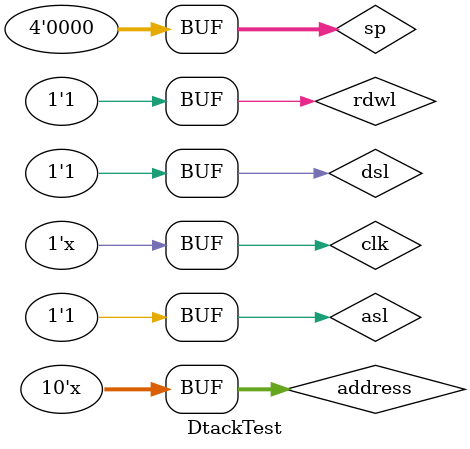
<source format=v>
`timescale 1ns / 1ps


module DtackTest;

	// Inputs
	reg [9:0] address;
	reg [3:0] sp;
	reg asl;
	reg dsl;
	reg rdwl;
	reg clk;

	// Outputs
	wire dtackl;
	wire dsmcl;
	wire dbenl;
	wire dbdir;
	wire wizcsl;
	wire wizrdl;
	wire wizwrl;
	wire wizrstl;

	// Instantiate the Unit Under Test (UUT)
	QeControl uut (
		.address(address), 
		.sp(sp), 
		.asl(asl), 
		.dsl(dsl), 
		.rdwl(rdwl), 
		.clk(clk), 
		.dtackl(dtackl), 
		.dsmcl(dsmcl), 
		.dbenl(dbenl), 
		.dbdir(dbdir), 
		.wizcsl(wizcsl), 
		.wizrdl(wizrdl), 
		.wizwrl(wizwrl), 
		.wizrstl(wizrstl)
	);

	initial begin
		// Initialize Inputs
		address = 10'bZ;
		sp = 0;
		asl = 1;
		dsl = 1;
		rdwl = 1;
		clk = 0;

		// Wait 100 ns for global reset to finish
		#100;
        
		// Add stimulus here
		address = 10'b0001001000;
		#5;
		asl = 0;
		dsl = 0;
		#25;
		dsl = 1;
		asl = 1;
		#5;
		address = 10'bZ;
		// Write cycle
		#5;
		address = 10'b0001001000;
		#5;
		asl = 0;
		rdwl = 0;
		#10;
		dsl = 0;
		#15;
		asl = 1;
		dsl = 1;
		#5;
		address = 10'bZ;
		rdwl = 1;
		
	end
   always begin
		#5 clk = ~clk;
	end
      
endmodule


</source>
